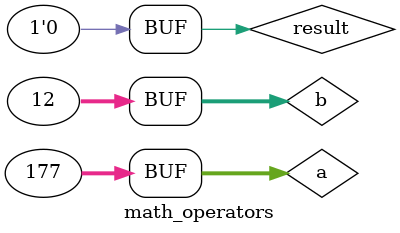
<source format=v>
module math_operators();

    integer a = 2;
    integer b = 3;
    integer results;

    initial begin
        $dumpfile("math_operators.vcd");
        $dumpvars(0, math_operators);
        $monitor("MON my_val1=%b, my_val2=%b, result=%b", my_val1, my_val2, result);
    end

    initial begin
        result = a ** b;
        #1;
        result = b ** a;

        #1 a= 177; b= 12;
        result = a * b; // multiplication
    end
endmodule
</source>
